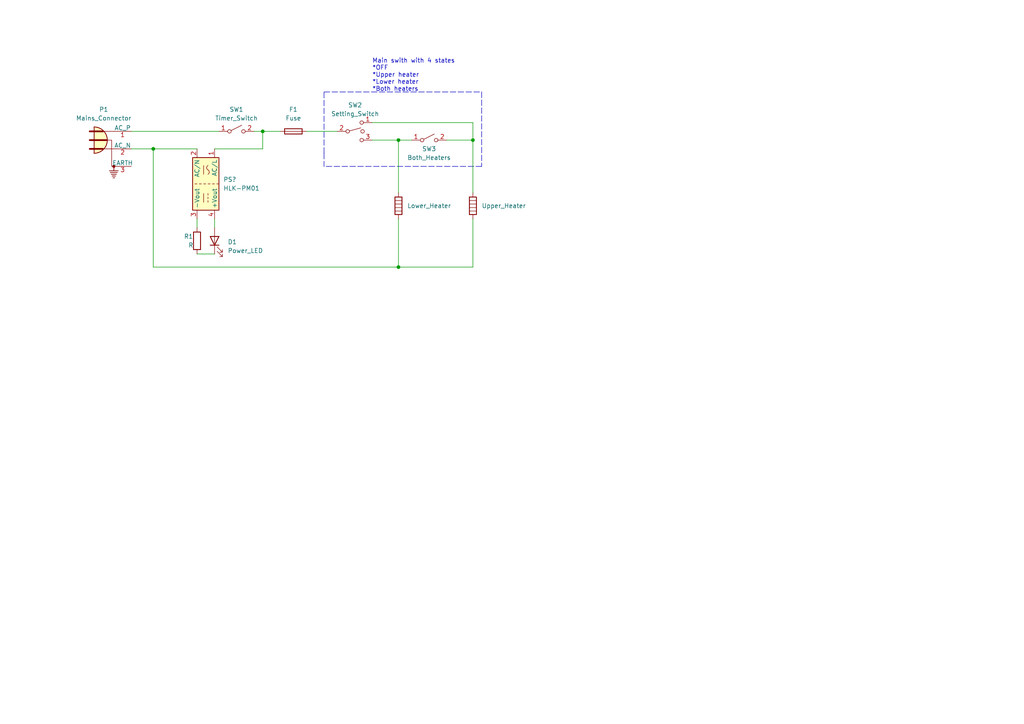
<source format=kicad_sch>
(kicad_sch (version 20211123) (generator eeschema)
  (paper "A4")
  (lib_symbols
    (symbol "Connector:Conn_WallPlug_Earth" (pin_names (offset 0))
      (property "Reference" "P" (at 0 3.81 0))
      (property "Value" "Conn_WallPlug_Earth" (at -5.08 0 90))
      (symbol "Conn_WallPlug_Earth_0_1"
        (arc (start -3.175 -3.81) (mid 0.635 0) (end -3.175 3.81) (stroke (width 0.254)) (fill (type background)))
        (polyline (pts (xy -4.445 -2.54) (xy -0.635 -2.54)) (stroke (width 0.508)))
        (polyline (pts (xy -4.445 0) (xy 0.508 0)) (stroke (width 0.508)))
        (polyline (pts (xy -4.445 2.54) (xy -0.635 2.54)) (stroke (width 0.508)))
        (polyline (pts (xy -3.175 -3.81) (xy -3.175 3.81)) (stroke (width 0.254)))
        (polyline (pts (xy -0.635 -2.54) (xy 2.54 -2.54)))
        (polyline (pts (xy -0.635 2.54) (xy 2.54 2.54)))
        (polyline (pts (xy 1.524 -9.398) (xy 3.556 -9.398)) (stroke (width 0.2032)))
        (polyline (pts (xy 1.778 -9.906) (xy 3.302 -9.906)) (stroke (width 0.2032)))
        (polyline (pts (xy 2.032 -10.414) (xy 3.048 -10.414)) (stroke (width 0.2032)))
        (polyline (pts (xy 2.286 -10.922) (xy 2.794 -10.922)) (stroke (width 0.2032)))
        (polyline (pts (xy 2.54 -7.62) (xy 2.54 -8.89)) (stroke (width 0.2032)))
        (polyline (pts (xy 3.81 -8.89) (xy 1.27 -8.89)) (stroke (width 0.2032)))
        (polyline (pts (xy 2.54 -7.62) (xy 1.905 -7.62) (xy 1.905 0) (xy -4.445 0)))
        (circle (center 2.54 -7.62) (radius 0.3556) (fill (type outline)))
      )
      (symbol "Conn_WallPlug_Earth_1_1"
        (pin power_out line (at 7.62 2.54 180) (length 5.08) (name "AC_P") (number "1"))
        (pin power_out line (at 7.62 -2.54 180) (length 5.08) (name "AC_N") (number "2"))
        (pin passive line (at 7.62 -7.62 180) (length 5.08) (name "EARTH") (number "3"))
      )
    )
    (symbol "Converter_ACDC:HLK-PM01"
      (property "Reference" "PS" (at 0 5.08 0))
      (property "Value" "HLK-PM01" (at 0 -5.08 0))
      (symbol "HLK-PM01_0_1"
        (rectangle (start -7.62 3.81) (end 7.62 -3.81) (stroke (width 0.254)) (fill (type background)))
        (arc (start -5.334 0.635) (mid -4.699 0.2495) (end -4.064 0.635))
        (arc (start -2.794 0.635) (mid -3.429 1.0072) (end -4.064 0.635))
        (polyline (pts (xy -5.334 -0.635) (xy -2.794 -0.635)))
        (polyline (pts (xy 0 -2.54) (xy 0 -3.175)))
        (polyline (pts (xy 0 -1.27) (xy 0 -1.905)))
        (polyline (pts (xy 0 0) (xy 0 -0.635)))
        (polyline (pts (xy 0 1.27) (xy 0 0.635)))
        (polyline (pts (xy 0 2.54) (xy 0 1.905)))
        (polyline (pts (xy 0 3.81) (xy 0 3.175)))
        (polyline (pts (xy 2.794 -0.635) (xy 5.334 -0.635)))
        (polyline (pts (xy 2.794 0.635) (xy 3.302 0.635)))
        (polyline (pts (xy 3.81 0.635) (xy 4.318 0.635)))
        (polyline (pts (xy 4.826 0.635) (xy 5.334 0.635)))
      )
      (symbol "HLK-PM01_1_1"
        (pin power_in line (at -10.16 2.54 0) (length 2.54) (name "AC/L") (number "1"))
        (pin power_in line (at -10.16 -2.54 0) (length 2.54) (name "AC/N") (number "2"))
        (pin power_out line (at 10.16 -2.54 180) (length 2.54) (name "-Vout") (number "3"))
        (pin power_out line (at 10.16 2.54 180) (length 2.54) (name "+Vout") (number "4"))
      )
    )
    (symbol "Device:Fuse" (pin_numbers hide) (pin_names (offset 0))
      (property "Reference" "F" (at 2.032 0 90))
      (property "Value" "Fuse" (at -1.905 0 90))
      (symbol "Fuse_0_1"
        (rectangle (start -0.762 -2.54) (end 0.762 2.54) (stroke (width 0.254)))
        (polyline (pts (xy 0 2.54) (xy 0 -2.54)))
      )
      (symbol "Fuse_1_1"
        (pin passive line (at 0 3.81 270) (length 1.27) (name "~") (number "1"))
        (pin passive line (at 0 -3.81 90) (length 1.27) (name "~") (number "2"))
      )
    )
    (symbol "Device:Heater" (pin_numbers hide) (pin_names (offset 0))
      (property "Reference" "R" (at 2.032 0 90))
      (property "Value" "Heater" (at -2.032 0 90))
      (symbol "Heater_0_1"
        (rectangle (start -1.016 -2.54) (end 1.016 2.54) (stroke (width 0.254)))
        (polyline (pts (xy -1.016 1.524) (xy 1.016 1.524)))
        (polyline (pts (xy 1.016 -1.524) (xy -1.016 -1.524)))
        (polyline (pts (xy 1.016 -0.508) (xy -1.016 -0.508)))
        (polyline (pts (xy 1.016 0.508) (xy -1.016 0.508)))
      )
      (symbol "Heater_1_1"
        (pin passive line (at 0 3.81 270) (length 1.27) (name "~") (number "1"))
        (pin passive line (at 0 -3.81 90) (length 1.27) (name "~") (number "2"))
      )
    )
    (symbol "Device:LED" (pin_numbers hide) (pin_names (offset 1.016) hide)
      (property "Reference" "D" (at 0 2.54 0))
      (property "Value" "LED" (at 0 -2.54 0))
      (symbol "LED_0_1"
        (polyline (pts (xy -1.27 -1.27) (xy -1.27 1.27)) (stroke (width 0.254)))
        (polyline (pts (xy -1.27 0) (xy 1.27 0)))
        (polyline (pts (xy 1.27 -1.27) (xy 1.27 1.27) (xy -1.27 0) (xy 1.27 -1.27)) (stroke (width 0.254)))
        (polyline (pts (xy -3.048 -0.762) (xy -4.572 -2.286) (xy -3.81 -2.286) (xy -4.572 -2.286) (xy -4.572 -1.524)))
        (polyline (pts (xy -1.778 -0.762) (xy -3.302 -2.286) (xy -2.54 -2.286) (xy -3.302 -2.286) (xy -3.302 -1.524)))
      )
      (symbol "LED_1_1"
        (pin passive line (at -3.81 0 0) (length 2.54) (name "K") (number "1"))
        (pin passive line (at 3.81 0 180) (length 2.54) (name "A") (number "2"))
      )
    )
    (symbol "Device:R" (pin_numbers hide) (pin_names (offset 0))
      (property "Reference" "R" (at 2.032 0 90))
      (property "Value" "R" (at 0 0 90))
      (symbol "R_0_1"
        (rectangle (start -1.016 -2.54) (end 1.016 2.54) (stroke (width 0.254)))
      )
      (symbol "R_1_1"
        (pin passive line (at 0 3.81 270) (length 1.27) (name "~") (number "1"))
        (pin passive line (at 0 -3.81 90) (length 1.27) (name "~") (number "2"))
      )
    )
    (symbol "Switch:SW_SPDT_MSM" (pin_names (offset 0) hide)
      (property "Reference" "SW" (at 0 5.08 0))
      (property "Value" "SW_SPDT_MSM" (at 0 -5.08 0))
      (symbol "SW_SPDT_MSM_0_0"
        (circle (center -2.032 0) (radius 0.508))
        (polyline (pts (xy -1.524 0.127) (xy 1.778 1.016)))
        (circle (center 2.032 -2.54) (radius 0.508))
      )
      (symbol "SW_SPDT_MSM_0_1"
        (circle (center 2.032 2.54) (radius 0.508))
        (circle (center 2.286 0) (radius 0.508))
      )
      (symbol "SW_SPDT_MSM_1_1"
        (pin passive line (at 5.08 2.54 180) (length 2.54) (name "1") (number "1"))
        (pin passive line (at -5.08 0 0) (length 2.54) (name "2") (number "2"))
        (pin passive line (at 5.08 -2.54 180) (length 2.54) (name "3") (number "3"))
      )
    )
    (symbol "Switch:SW_SPST" (pin_names (offset 0) hide)
      (property "Reference" "SW" (at 0 3.175 0))
      (property "Value" "SW_SPST" (at 0 -2.54 0))
      (symbol "SW_SPST_0_0"
        (circle (center -2.032 0) (radius 0.508))
        (polyline (pts (xy -1.524 0.254) (xy 1.524 1.778)))
        (circle (center 2.032 0) (radius 0.508))
      )
      (symbol "SW_SPST_1_1"
        (pin passive line (at -5.08 0 0) (length 2.54) (name "A") (number "1"))
        (pin passive line (at 5.08 0 180) (length 2.54) (name "B") (number "2"))
      )
    )
  )
  (junction (at 76.2 38.1))
  (junction (at 44.45 43.18))
  (junction (at 115.57 40.64))
  (junction (at 115.57 77.47))
  (junction (at 137.16 40.64))
  (wire (pts (xy 119.38 40.64) (xy 115.57 40.64)))
  (wire (pts (xy 137.16 40.64) (xy 137.16 55.88)))
  (wire (pts (xy 137.16 77.47) (xy 115.57 77.47)))
  (polyline (pts (xy 93.98 44.45) (xy 93.98 26.67)))
  (wire (pts (xy 57.15 73.66) (xy 62.23 73.66)))
  (wire (pts (xy 76.2 38.1) (xy 81.28 38.1)))
  (wire (pts (xy 88.9 38.1) (xy 97.79 38.1)))
  (wire (pts (xy 107.95 40.64) (xy 115.57 40.64)))
  (wire (pts (xy 44.45 77.47) (xy 44.45 43.18)))
  (wire (pts (xy 44.45 43.18) (xy 57.15 43.18)))
  (wire (pts (xy 38.1 43.18) (xy 44.45 43.18)))
  (wire (pts (xy 107.95 35.56) (xy 137.16 35.56)))
  (wire (pts (xy 115.57 63.5) (xy 115.57 77.47)))
  (wire (pts (xy 115.57 40.64) (xy 115.57 55.88)))
  (polyline (pts (xy 139.7 48.26) (xy 93.98 48.26)))
  (wire (pts (xy 76.2 43.18) (xy 62.23 43.18)))
  (wire (pts (xy 57.15 63.5) (xy 57.15 66.04)))
  (polyline (pts (xy 139.7 26.67) (xy 139.7 48.26)))
  (polyline (pts (xy 93.98 44.45) (xy 93.98 48.26)))
  (wire (pts (xy 129.54 40.64) (xy 137.16 40.64)))
  (wire (pts (xy 62.23 63.5) (xy 62.23 66.04)))
  (wire (pts (xy 137.16 35.56) (xy 137.16 40.64)))
  (wire (pts (xy 38.1 38.1) (xy 63.5 38.1)))
  (wire (pts (xy 115.57 77.47) (xy 44.45 77.47)))
  (wire (pts (xy 76.2 38.1) (xy 76.2 43.18)))
  (wire (pts (xy 73.66 38.1) (xy 76.2 38.1)))
  (wire (pts (xy 137.16 63.5) (xy 137.16 77.47)))
  (polyline (pts (xy 93.98 26.67) (xy 139.7 26.67)))
  (text "Main swith with 4 states\n*OFF\n*Upper heater\n*Lower heater\n*Both heaters" (at 107.95 26.67 0) (effects (font (size 1.27 1.27)) (justify left bottom)))
  (symbol (lib_id "Switch:SW_SPST") (at 68.58 38.1 0) (unit 1)
    (property "Reference" "SW1" (at 68.58 31.75 0))
    (property "Value" "Timer_Switch" (at 68.58 34.29 0))
  )
  (symbol (lib_id "Converter_ACDC:HLK-PM01") (at 59.69 53.34 270) (unit 1)
    (property "Reference" "PS?" (at 64.77 52.0699 90) (effects (justify left)))
    (property "Value" "HLK-PM01" (at 64.77 54.6099 90) (effects (justify left)))
    (property "Footprint" "Converter_ACDC:Converter_ACDC_HiLink_HLK-PMxx" (effects hide))
    (property "Datasheet" "http://www.hlktech.net/product_detail.php?ProId=54" (effects hide))
  )
  (symbol (lib_id "Switch:SW_SPST") (at 124.46 40.64 0) (unit 1)
    (property "Reference" "SW3" (at 124.46 43.18 0))
    (property "Value" "Both_Heaters" (at 124.46 45.72 0))
  )
  (symbol (lib_id "Connector:Conn_WallPlug_Earth") (at 30.48 40.64 0) (unit 1)
    (property "Reference" "P1" (at 30.0863 31.75 0))
    (property "Value" "Mains_Connector" (at 30.0863 34.29 0))
  )
  (symbol (lib_id "Device:Heater") (at 137.16 59.69 180) (unit 1)
    (property "Reference" "Upper_Heater" (at 139.7 59.6899 0) (effects (justify right)))
    (property "Value" "UPPER" (effects hide))
  )
  (symbol (lib_id "Device:R") (at 57.15 69.85 0) (unit 1)
    (property "Reference" "R1" (at 53.34 68.58 0) (effects (justify left)))
    (property "Value" "R" (at 54.61 71.12 0) (effects (justify left)))
  )
  (symbol (lib_id "Switch:SW_SPDT_MSM") (at 102.87 38.1 0) (unit 1)
    (property "Reference" "SW2" (at 102.997 30.48 0))
    (property "Value" "Setting_Switch" (at 102.997 33.02 0))
  )
  (symbol (lib_id "Device:LED") (at 62.23 69.85 90) (unit 1)
    (property "Reference" "D1" (at 66.04 70.1674 90) (effects (justify right)))
    (property "Value" "Power_LED" (at 66.04 72.7074 90) (effects (justify right)))
  )
  (symbol (lib_id "Device:Heater") (at 115.57 59.69 180) (unit 1)
    (property "Reference" "Lower_Heater" (at 118.11 59.69 0) (effects (justify right)))
    (property "Value" "UPPER" (effects hide))
  )
  (symbol (lib_id "Device:Fuse") (at 85.09 38.1 90) (unit 1)
    (property "Reference" "F1" (at 85.09 31.75 90))
    (property "Value" "Fuse" (at 85.09 34.29 90))
  )
)
</source>
